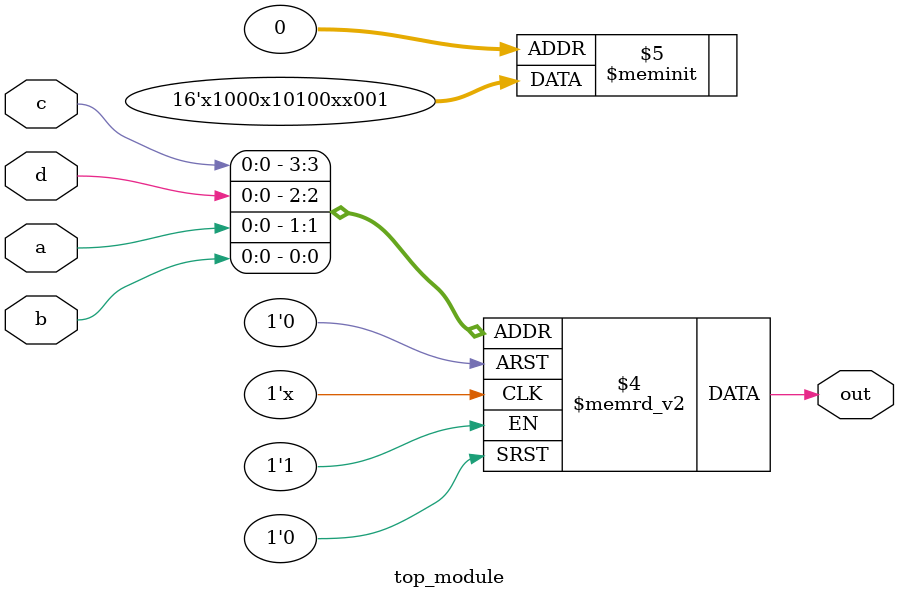
<source format=sv>
module top_module (
    input a, 
    input b,
    input c,
    input d,
    output reg out
);

always @(*) begin
    case ({c, d, a, b})
        4'b0000, 4'b0111, 4'b1001, 4'b1110: out = 1'b1;
        4'b0001, 4'b0010, 4'b0101, 4'b0110, 4'b1000, 4'b1011, 4'b1100, 4'b1101: out = 1'b0;
        default: out = 1'bx;
    endcase
end

endmodule

</source>
